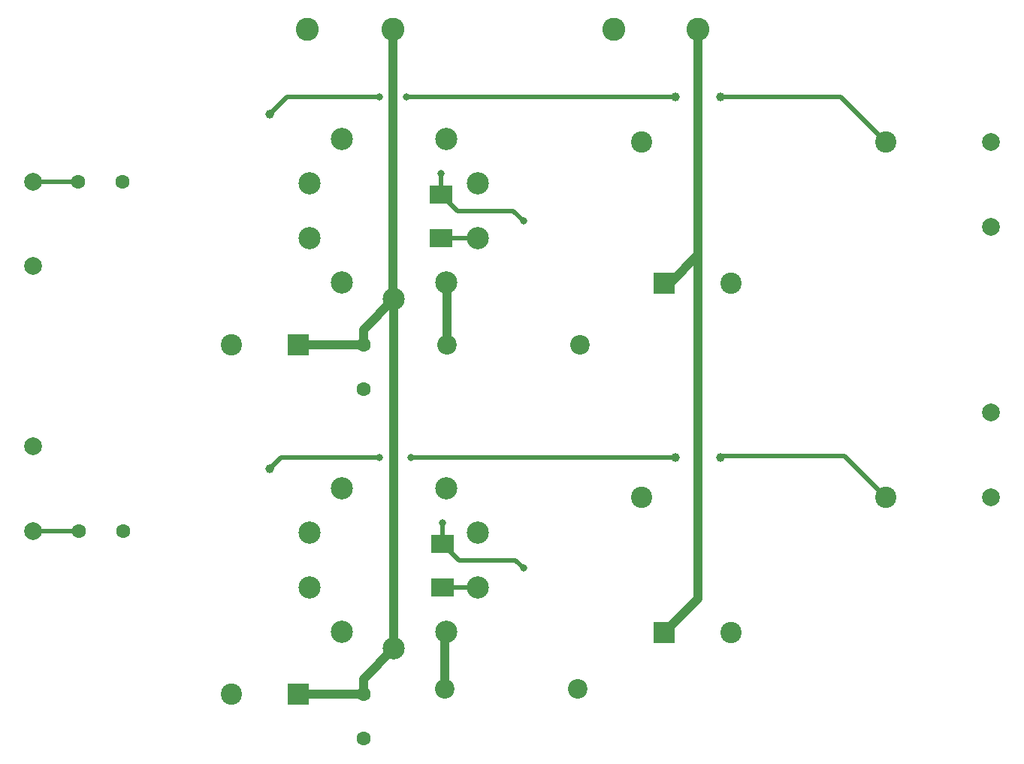
<source format=gbr>
G04 #@! TF.GenerationSoftware,KiCad,Pcbnew,(5.1.9-0-10_14)*
G04 #@! TF.CreationDate,2021-02-21T16:23:33+01:00*
G04 #@! TF.ProjectId,pre-amp-ecc88,7072652d-616d-4702-9d65-636338382e6b,rev?*
G04 #@! TF.SameCoordinates,Original*
G04 #@! TF.FileFunction,Copper,L2,Bot*
G04 #@! TF.FilePolarity,Positive*
%FSLAX46Y46*%
G04 Gerber Fmt 4.6, Leading zero omitted, Abs format (unit mm)*
G04 Created by KiCad (PCBNEW (5.1.9-0-10_14)) date 2021-02-21 16:23:33*
%MOMM*%
%LPD*%
G01*
G04 APERTURE LIST*
G04 #@! TA.AperFunction,ComponentPad*
%ADD10C,2.499360*%
G04 #@! TD*
G04 #@! TA.AperFunction,SMDPad,CuDef*
%ADD11R,2.600000X2.100000*%
G04 #@! TD*
G04 #@! TA.AperFunction,ComponentPad*
%ADD12C,2.400000*%
G04 #@! TD*
G04 #@! TA.AperFunction,ComponentPad*
%ADD13R,2.400000X2.400000*%
G04 #@! TD*
G04 #@! TA.AperFunction,ComponentPad*
%ADD14C,1.600000*%
G04 #@! TD*
G04 #@! TA.AperFunction,ComponentPad*
%ADD15C,2.000000*%
G04 #@! TD*
G04 #@! TA.AperFunction,ComponentPad*
%ADD16C,2.600000*%
G04 #@! TD*
G04 #@! TA.AperFunction,ComponentPad*
%ADD17C,2.200000*%
G04 #@! TD*
G04 #@! TA.AperFunction,ViaPad*
%ADD18C,1.000000*%
G04 #@! TD*
G04 #@! TA.AperFunction,ViaPad*
%ADD19C,0.800000*%
G04 #@! TD*
G04 #@! TA.AperFunction,Conductor*
%ADD20C,0.500000*%
G04 #@! TD*
G04 #@! TA.AperFunction,Conductor*
%ADD21C,1.000000*%
G04 #@! TD*
G04 APERTURE END LIST*
D10*
X78562200Y-88519000D03*
X74930000Y-93522800D03*
X74930000Y-99695000D03*
X78562200Y-104698800D03*
X84439760Y-106608880D03*
X90317320Y-104698800D03*
X93949520Y-99695000D03*
X93949520Y-93522800D03*
X90317320Y-88519000D03*
X78562200Y-127889000D03*
X74930000Y-132892800D03*
X74930000Y-139065000D03*
X78562200Y-144068800D03*
X84439760Y-145978880D03*
X90317320Y-144068800D03*
X93949520Y-139065000D03*
X93949520Y-132892800D03*
X90317320Y-127889000D03*
D11*
X89789000Y-99732000D03*
X89789000Y-94832000D03*
X89916000Y-139065000D03*
X89916000Y-134165000D03*
D12*
X112395000Y-88900000D03*
X139895000Y-88900000D03*
X112395000Y-128905000D03*
X139895000Y-128905000D03*
X66160000Y-111760000D03*
D13*
X73660000Y-111760000D03*
D14*
X81026000Y-116760000D03*
X81026000Y-111760000D03*
D12*
X66160000Y-151130000D03*
D13*
X73660000Y-151130000D03*
D14*
X81026000Y-156130000D03*
X81026000Y-151130000D03*
D15*
X151765000Y-98425000D03*
X151765000Y-88900000D03*
D16*
X74676000Y-76200000D03*
X84328000Y-76200000D03*
D15*
X43815000Y-102870000D03*
X43815000Y-93345000D03*
D12*
X122435000Y-104775000D03*
D13*
X114935000Y-104775000D03*
D17*
X105410000Y-111760000D03*
X90410000Y-111760000D03*
D14*
X48895000Y-93345000D03*
X53895000Y-93345000D03*
D15*
X151765000Y-119380000D03*
X151765000Y-128905000D03*
D16*
X109220000Y-76200000D03*
X118745000Y-76200000D03*
D15*
X43815000Y-123190000D03*
X43815000Y-132715000D03*
D12*
X122435000Y-144145000D03*
D13*
X114935000Y-144145000D03*
D17*
X105170000Y-150495000D03*
X90170000Y-150495000D03*
D14*
X48975000Y-132715000D03*
X53975000Y-132715000D03*
D18*
X121285000Y-124460000D03*
X116205000Y-124460000D03*
X70485000Y-125730000D03*
D19*
X82804000Y-124460000D03*
X86360000Y-124460000D03*
D18*
X121285000Y-83820000D03*
X116205000Y-83820000D03*
X70485000Y-85725000D03*
D19*
X82804000Y-83820000D03*
X85852000Y-83820000D03*
X99060000Y-136906000D03*
X89916000Y-131826000D03*
X99060000Y-97790000D03*
X89789000Y-92456000D03*
D20*
X43815000Y-132715000D02*
X48975000Y-132715000D01*
D21*
X118745000Y-140335000D02*
X114935000Y-144145000D01*
X115570000Y-104775000D02*
X118745000Y-101600000D01*
X118745000Y-101600000D02*
X118745000Y-140335000D01*
X114935000Y-104775000D02*
X115570000Y-104775000D01*
X118745000Y-101600000D02*
X118745000Y-76200000D01*
X90410000Y-104791480D02*
X90317320Y-104698800D01*
X90410000Y-111760000D02*
X90410000Y-104791480D01*
X90170000Y-144216120D02*
X90317320Y-144068800D01*
X90170000Y-150495000D02*
X90170000Y-144216120D01*
D20*
X139895000Y-128905000D02*
X135255000Y-124265000D01*
X121480000Y-124265000D02*
X121285000Y-124460000D01*
X135255000Y-124265000D02*
X121480000Y-124265000D01*
X116205000Y-124460000D02*
X90170000Y-124460000D01*
X71755000Y-124460000D02*
X70485000Y-125730000D01*
X71755000Y-124460000D02*
X82804000Y-124460000D01*
X86360000Y-124460000D02*
X90170000Y-124460000D01*
D21*
X84455000Y-106624120D02*
X84439760Y-106608880D01*
X84455000Y-145994120D02*
X84439760Y-145978880D01*
X84328000Y-106497120D02*
X84439760Y-106608880D01*
X84328000Y-76200000D02*
X84328000Y-106497120D01*
X84439760Y-106608880D02*
X84439760Y-145978880D01*
X81026000Y-110022640D02*
X84439760Y-106608880D01*
X81026000Y-111760000D02*
X81026000Y-110022640D01*
X81026000Y-111760000D02*
X73660000Y-111760000D01*
X84439760Y-145978880D02*
X81026000Y-149392640D01*
X81026000Y-149392640D02*
X81026000Y-151130000D01*
X73660000Y-151130000D02*
X81026000Y-151130000D01*
D20*
X43815000Y-93345000D02*
X48895000Y-93345000D01*
X139895000Y-88900000D02*
X134815000Y-83820000D01*
X134815000Y-83820000D02*
X121285000Y-83820000D01*
X116205000Y-83820000D02*
X90170000Y-83820000D01*
X72390000Y-83820000D02*
X70485000Y-85725000D01*
X72390000Y-83820000D02*
X82804000Y-83820000D01*
X85852000Y-83820000D02*
X90170000Y-83820000D01*
X89916000Y-134165000D02*
X91768000Y-136017000D01*
X98171000Y-136017000D02*
X99060000Y-136906000D01*
X91768000Y-136017000D02*
X98171000Y-136017000D01*
X89916000Y-131826000D02*
X89916000Y-134165000D01*
X89789000Y-94832000D02*
X91604000Y-96647000D01*
X97917000Y-96647000D02*
X99060000Y-97790000D01*
X91604000Y-96647000D02*
X97917000Y-96647000D01*
X89789000Y-92456000D02*
X89789000Y-94832000D01*
X89916000Y-139065000D02*
X93949520Y-139065000D01*
X93912520Y-99732000D02*
X93949520Y-99695000D01*
X89789000Y-99732000D02*
X93912520Y-99732000D01*
M02*

</source>
